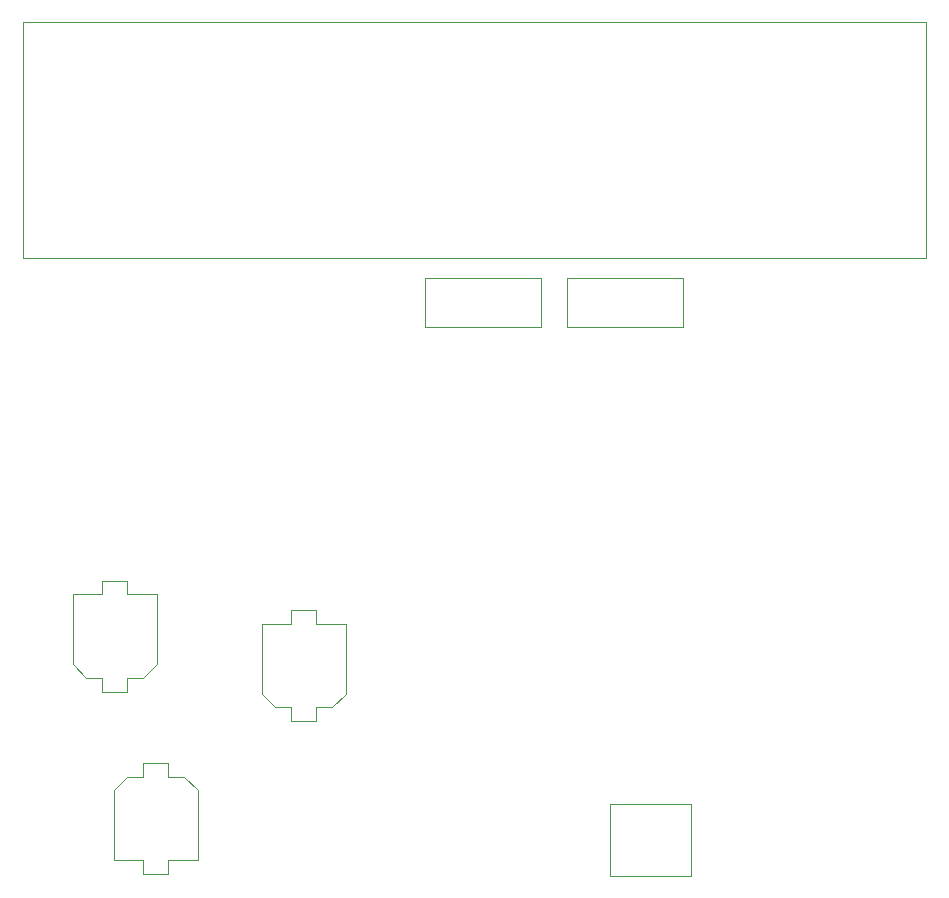
<source format=gbr>
%TF.GenerationSoftware,KiCad,Pcbnew,(6.0.4)*%
%TF.CreationDate,2022-05-20T17:10:54-05:00*%
%TF.ProjectId,Easyrun,45617379-7275-46e2-9e6b-696361645f70,rev?*%
%TF.SameCoordinates,Original*%
%TF.FileFunction,Other,User*%
%FSLAX46Y46*%
G04 Gerber Fmt 4.6, Leading zero omitted, Abs format (unit mm)*
G04 Created by KiCad (PCBNEW (6.0.4)) date 2022-05-20 17:10:54*
%MOMM*%
%LPD*%
G01*
G04 APERTURE LIST*
%ADD10C,0.120000*%
%ADD11C,0.050000*%
G04 APERTURE END LIST*
D10*
%TO.C,BT1*%
X190382400Y-67157600D02*
X113928400Y-67157600D01*
X113928400Y-67157600D02*
X113928400Y-87071200D01*
X113928400Y-87071200D02*
X190382400Y-87071200D01*
X190382400Y-87071200D02*
X190382400Y-67157600D01*
D11*
%TO.C,CB5*%
X138728000Y-118059800D02*
X138728000Y-116909800D01*
X140078000Y-125159800D02*
X141228000Y-124009800D01*
X138728000Y-125159800D02*
X138728000Y-126309800D01*
X140078000Y-125159800D02*
X138728000Y-125159800D01*
X138728000Y-126309800D02*
X136628000Y-126309800D01*
X136628000Y-126309800D02*
X136628000Y-125159800D01*
X135278000Y-125159800D02*
X134128000Y-124009800D01*
X141228000Y-118059800D02*
X138728000Y-118059800D01*
X138728000Y-116909800D02*
X136628000Y-116909800D01*
X141228000Y-124009800D02*
X141228000Y-118059800D01*
X136628000Y-116909800D02*
X136628000Y-118059800D01*
X136628000Y-118059800D02*
X134128000Y-118059800D01*
X134128000Y-124009800D02*
X134128000Y-118059800D01*
X136628000Y-125159800D02*
X135278000Y-125159800D01*
%TO.C,C_b1*%
X126180400Y-138113800D02*
X128680400Y-138113800D01*
X124080400Y-138113800D02*
X124080400Y-139263800D01*
X124080400Y-139263800D02*
X126180400Y-139263800D01*
X124080400Y-129863800D02*
X126180400Y-129863800D01*
X121580400Y-132163800D02*
X121580400Y-138113800D01*
X122730400Y-131013800D02*
X121580400Y-132163800D01*
X121580400Y-138113800D02*
X124080400Y-138113800D01*
X122730400Y-131013800D02*
X124080400Y-131013800D01*
X124080400Y-131013800D02*
X124080400Y-129863800D01*
X126180400Y-129863800D02*
X126180400Y-131013800D01*
X127530400Y-131013800D02*
X128680400Y-132163800D01*
X126180400Y-139263800D02*
X126180400Y-138113800D01*
X128680400Y-132163800D02*
X128680400Y-138113800D01*
X126180400Y-131013800D02*
X127530400Y-131013800D01*
%TO.C,BRst1*%
X157767200Y-92925800D02*
X157767200Y-88825800D01*
X147967200Y-92925800D02*
X157767200Y-92925800D01*
X147967200Y-88825800D02*
X147967200Y-92925800D01*
X157767200Y-88825800D02*
X147967200Y-88825800D01*
%TO.C,BProg1*%
X169756000Y-88825800D02*
X159956000Y-88825800D01*
X159956000Y-92925800D02*
X169756000Y-92925800D01*
X159956000Y-88825800D02*
X159956000Y-92925800D01*
X169756000Y-92925800D02*
X169756000Y-88825800D01*
%TO.C,SWRec1*%
X170486000Y-139458000D02*
X163586000Y-139458000D01*
X163586000Y-139458000D02*
X163586000Y-133358000D01*
X170486000Y-133358000D02*
X170486000Y-139458000D01*
X163586000Y-133358000D02*
X170486000Y-133358000D01*
%TO.C,CB3*%
X122726000Y-114420600D02*
X120626000Y-114420600D01*
X118126000Y-121520600D02*
X118126000Y-115570600D01*
X120626000Y-115570600D02*
X118126000Y-115570600D01*
X125226000Y-121520600D02*
X125226000Y-115570600D01*
X124076000Y-122670600D02*
X122726000Y-122670600D01*
X125226000Y-115570600D02*
X122726000Y-115570600D01*
X119276000Y-122670600D02*
X118126000Y-121520600D01*
X122726000Y-122670600D02*
X122726000Y-123820600D01*
X120626000Y-122670600D02*
X119276000Y-122670600D01*
X122726000Y-123820600D02*
X120626000Y-123820600D01*
X124076000Y-122670600D02*
X125226000Y-121520600D01*
X120626000Y-114420600D02*
X120626000Y-115570600D01*
X122726000Y-115570600D02*
X122726000Y-114420600D01*
X120626000Y-123820600D02*
X120626000Y-122670600D01*
%TD*%
M02*

</source>
